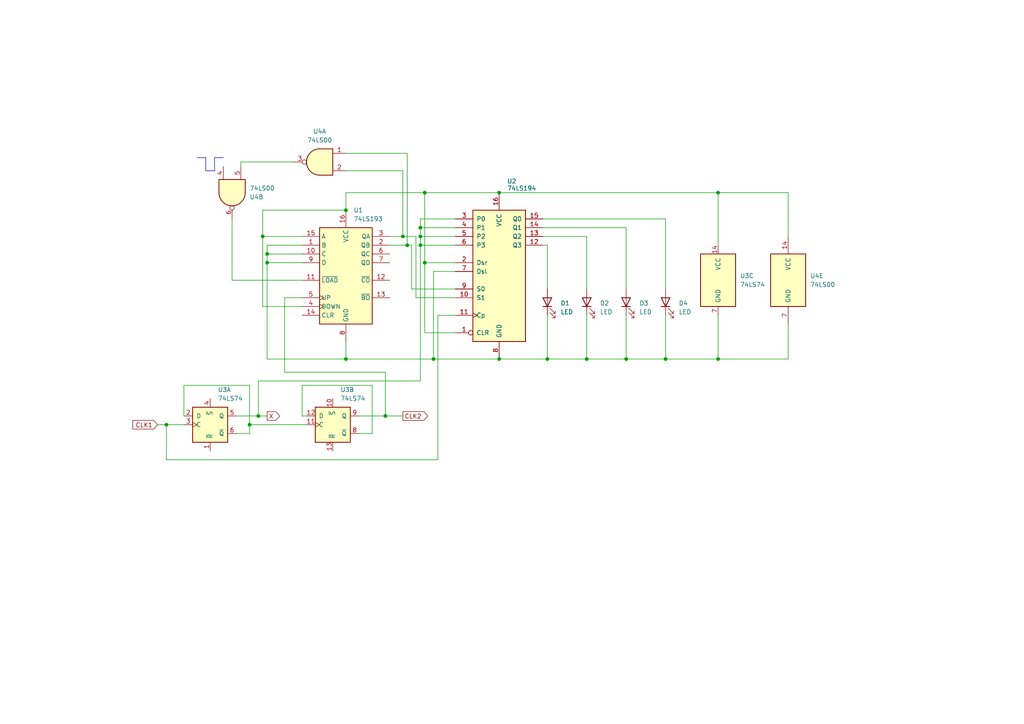
<source format=kicad_sch>
(kicad_sch (version 20231120) (generator "eeschema") (generator_version "8.0")
  (paper "A4")
  (lib_symbols
    (symbol "74xx:74LS00" (pin_names (offset 1.016))
      (property "Reference" "U" (at 0 1.27 0))
      (property "Value" "74LS00" (at 0 -1.27 0))
      (symbol "74LS00_1_1"
        (arc (start 0 -3.81) (mid 3.7934 0) (end 0 3.81) (stroke (width 0.254)) (fill (type background)))
        (polyline (pts (xy 0 3.81) (xy -3.81 3.81) (xy -3.81 -3.81) (xy 0 -3.81)) (stroke (width 0.254)) (fill (type background)))
        (pin input line (at -7.62 2.54 0) (length 3.81) (name "~") (number "1"))
        (pin input line (at -7.62 -2.54 0) (length 3.81) (name "~") (number "2"))
        (pin output inverted (at 7.62 0 180) (length 3.81) (name "~") (number "3"))
      )
      (symbol "74LS00_1_2"
        (arc (start -3.81 -3.81) (mid -2.589 0) (end -3.81 3.81) (stroke (width 0.254)))
        (arc (start -0.6096 -3.81) (mid 2.1842 -2.5851) (end 3.81 0) (stroke (width 0.254)) (fill (type background)))
        (polyline (pts (xy -3.81 -3.81) (xy -0.635 -3.81)) (stroke (width 0.254)) (fill (type background)))
        (polyline (pts (xy -3.81 3.81) (xy -0.635 3.81)) (stroke (width 0.254)) (fill (type background)))
        (polyline (pts (xy -0.635 3.81) (xy -3.81 3.81) (xy -3.81 3.81) (xy -3.556 3.4036) (xy -3.0226 2.2606) (xy -2.6924 1.0414) (xy -2.6162 -0.254) (xy -2.7686 -1.4986) (xy -3.175 -2.7178) (xy -3.81 -3.81) (xy -3.81 -3.81) (xy -0.635 -3.81)) (stroke (width -25.4)) (fill (type background)))
        (arc (start 3.81 0) (mid 2.1915 2.5936) (end -0.6096 3.81) (stroke (width 0.254)) (fill (type background)))
        (pin input inverted (at -7.62 2.54 0) (length 4.318) (name "~") (number "1"))
        (pin input inverted (at -7.62 -2.54 0) (length 4.318) (name "~") (number "2"))
        (pin output line (at 7.62 0 180) (length 3.81) (name "~") (number "3"))
      )
      (symbol "74LS00_2_1"
        (arc (start 0 -3.81) (mid 3.7934 0) (end 0 3.81) (stroke (width 0.254)) (fill (type background)))
        (polyline (pts (xy 0 3.81) (xy -3.81 3.81) (xy -3.81 -3.81) (xy 0 -3.81)) (stroke (width 0.254)) (fill (type background)))
        (pin input line (at -7.62 2.54 0) (length 3.81) (name "~") (number "4"))
        (pin input line (at -7.62 -2.54 0) (length 3.81) (name "~") (number "5"))
        (pin output inverted (at 7.62 0 180) (length 3.81) (name "~") (number "6"))
      )
      (symbol "74LS00_2_2"
        (arc (start -3.81 -3.81) (mid -2.589 0) (end -3.81 3.81) (stroke (width 0.254)))
        (arc (start -0.6096 -3.81) (mid 2.1842 -2.5851) (end 3.81 0) (stroke (width 0.254)) (fill (type background)))
        (polyline (pts (xy -3.81 -3.81) (xy -0.635 -3.81)) (stroke (width 0.254)) (fill (type background)))
        (polyline (pts (xy -3.81 3.81) (xy -0.635 3.81)) (stroke (width 0.254)) (fill (type background)))
        (polyline (pts (xy -0.635 3.81) (xy -3.81 3.81) (xy -3.81 3.81) (xy -3.556 3.4036) (xy -3.0226 2.2606) (xy -2.6924 1.0414) (xy -2.6162 -0.254) (xy -2.7686 -1.4986) (xy -3.175 -2.7178) (xy -3.81 -3.81) (xy -3.81 -3.81) (xy -0.635 -3.81)) (stroke (width -25.4)) (fill (type background)))
        (arc (start 3.81 0) (mid 2.1915 2.5936) (end -0.6096 3.81) (stroke (width 0.254)) (fill (type background)))
        (pin input inverted (at -7.62 2.54 0) (length 4.318) (name "~") (number "4"))
        (pin input inverted (at -7.62 -2.54 0) (length 4.318) (name "~") (number "5"))
        (pin output line (at 7.62 0 180) (length 3.81) (name "~") (number "6"))
      )
      (symbol "74LS00_3_1"
        (arc (start 0 -3.81) (mid 3.7934 0) (end 0 3.81) (stroke (width 0.254)) (fill (type background)))
        (polyline (pts (xy 0 3.81) (xy -3.81 3.81) (xy -3.81 -3.81) (xy 0 -3.81)) (stroke (width 0.254)) (fill (type background)))
        (pin input line (at -7.62 -2.54 0) (length 3.81) (name "~") (number "10"))
        (pin output inverted (at 7.62 0 180) (length 3.81) (name "~") (number "8"))
        (pin input line (at -7.62 2.54 0) (length 3.81) (name "~") (number "9"))
      )
      (symbol "74LS00_3_2"
        (arc (start -3.81 -3.81) (mid -2.589 0) (end -3.81 3.81) (stroke (width 0.254)))
        (arc (start -0.6096 -3.81) (mid 2.1842 -2.5851) (end 3.81 0) (stroke (width 0.254)) (fill (type background)))
        (polyline (pts (xy -3.81 -3.81) (xy -0.635 -3.81)) (stroke (width 0.254)) (fill (type background)))
        (polyline (pts (xy -3.81 3.81) (xy -0.635 3.81)) (stroke (width 0.254)) (fill (type background)))
        (polyline (pts (xy -0.635 3.81) (xy -3.81 3.81) (xy -3.81 3.81) (xy -3.556 3.4036) (xy -3.0226 2.2606) (xy -2.6924 1.0414) (xy -2.6162 -0.254) (xy -2.7686 -1.4986) (xy -3.175 -2.7178) (xy -3.81 -3.81) (xy -3.81 -3.81) (xy -0.635 -3.81)) (stroke (width -25.4)) (fill (type background)))
        (arc (start 3.81 0) (mid 2.1915 2.5936) (end -0.6096 3.81) (stroke (width 0.254)) (fill (type background)))
        (pin input inverted (at -7.62 -2.54 0) (length 4.318) (name "~") (number "10"))
        (pin output line (at 7.62 0 180) (length 3.81) (name "~") (number "8"))
        (pin input inverted (at -7.62 2.54 0) (length 4.318) (name "~") (number "9"))
      )
      (symbol "74LS00_4_1"
        (arc (start 0 -3.81) (mid 3.7934 0) (end 0 3.81) (stroke (width 0.254)) (fill (type background)))
        (polyline (pts (xy 0 3.81) (xy -3.81 3.81) (xy -3.81 -3.81) (xy 0 -3.81)) (stroke (width 0.254)) (fill (type background)))
        (pin output inverted (at 7.62 0 180) (length 3.81) (name "~") (number "11"))
        (pin input line (at -7.62 2.54 0) (length 3.81) (name "~") (number "12"))
        (pin input line (at -7.62 -2.54 0) (length 3.81) (name "~") (number "13"))
      )
      (symbol "74LS00_4_2"
        (arc (start -3.81 -3.81) (mid -2.589 0) (end -3.81 3.81) (stroke (width 0.254)))
        (arc (start -0.6096 -3.81) (mid 2.1842 -2.5851) (end 3.81 0) (stroke (width 0.254)) (fill (type background)))
        (polyline (pts (xy -3.81 -3.81) (xy -0.635 -3.81)) (stroke (width 0.254)) (fill (type background)))
        (polyline (pts (xy -3.81 3.81) (xy -0.635 3.81)) (stroke (width 0.254)) (fill (type background)))
        (polyline (pts (xy -0.635 3.81) (xy -3.81 3.81) (xy -3.81 3.81) (xy -3.556 3.4036) (xy -3.0226 2.2606) (xy -2.6924 1.0414) (xy -2.6162 -0.254) (xy -2.7686 -1.4986) (xy -3.175 -2.7178) (xy -3.81 -3.81) (xy -3.81 -3.81) (xy -0.635 -3.81)) (stroke (width -25.4)) (fill (type background)))
        (arc (start 3.81 0) (mid 2.1915 2.5936) (end -0.6096 3.81) (stroke (width 0.254)) (fill (type background)))
        (pin output line (at 7.62 0 180) (length 3.81) (name "~") (number "11"))
        (pin input inverted (at -7.62 2.54 0) (length 4.318) (name "~") (number "12"))
        (pin input inverted (at -7.62 -2.54 0) (length 4.318) (name "~") (number "13"))
      )
      (symbol "74LS00_5_0"
        (pin power_in line (at 0 12.7 270) (length 5.08) (name "VCC") (number "14"))
        (pin power_in line (at 0 -12.7 90) (length 5.08) (name "GND") (number "7"))
      )
      (symbol "74LS00_5_1"
        (rectangle (start -5.08 7.62) (end 5.08 -7.62) (stroke (width 0.254)) (fill (type background)))
      )
    )
    (symbol "74xx:74LS193"
      (property "Reference" "U" (at -7.62 13.97 0))
      (property "Value" "74LS193" (at 5.08 13.97 0))
      (symbol "74LS193_1_0"
        (pin input line (at -12.7 7.62 0) (length 5.08) (name "B") (number "1"))
        (pin input line (at -12.7 5.08 0) (length 5.08) (name "C") (number "10"))
        (pin input line (at -12.7 -2.54 0) (length 5.08) (name "~{LOAD}") (number "11"))
        (pin output line (at 12.7 -2.54 180) (length 5.08) (name "~{CO}") (number "12"))
        (pin output line (at 12.7 -7.62 180) (length 5.08) (name "~{BO}") (number "13"))
        (pin input line (at -12.7 -12.7 0) (length 5.08) (name "CLR") (number "14"))
        (pin input line (at -12.7 10.16 0) (length 5.08) (name "A") (number "15"))
        (pin power_in line (at 0 17.78 270) (length 5.08) (name "VCC") (number "16"))
        (pin output line (at 12.7 7.62 180) (length 5.08) (name "QB") (number "2"))
        (pin output line (at 12.7 10.16 180) (length 5.08) (name "QA") (number "3"))
        (pin input clock (at -12.7 -10.16 0) (length 5.08) (name "DOWN") (number "4"))
        (pin input clock (at -12.7 -7.62 0) (length 5.08) (name "UP") (number "5"))
        (pin output line (at 12.7 5.08 180) (length 5.08) (name "QC") (number "6"))
        (pin output line (at 12.7 2.54 180) (length 5.08) (name "QD") (number "7"))
        (pin power_in line (at 0 -20.32 90) (length 5.08) (name "GND") (number "8"))
        (pin input line (at -12.7 2.54 0) (length 5.08) (name "D") (number "9"))
      )
      (symbol "74LS193_1_1"
        (rectangle (start -7.62 12.7) (end 7.62 -15.24) (stroke (width 0.254)) (fill (type background)))
      )
    )
    (symbol "74xx:74LS194" (pin_names (offset 1.016))
      (property "Reference" "U2" (at 2.1941 22.86 0))
      (property "Value" "74LS194" (at 2.1941 20.32 0))
      (symbol "74LS194_1_0"
        (pin input inverted (at -12.7 -17.78 0) (length 5.08) (name "CLR") (number "1"))
        (pin input line (at -12.7 -7.62 0) (length 5.08) (name "S1") (number "10"))
        (pin input clock (at -12.7 -12.7 0) (length 5.08) (name "Cp") (number "11"))
        (pin output line (at 12.7 7.62 180) (length 5.08) (name "Q3") (number "12"))
        (pin output line (at 12.7 10.16 180) (length 5.08) (name "Q2") (number "13"))
        (pin output line (at 12.7 12.7 180) (length 5.08) (name "Q1") (number "14"))
        (pin output line (at 12.7 15.24 180) (length 5.08) (name "Q0") (number "15"))
        (pin power_in line (at 0 22.86 270) (length 5.08) (name "VCC") (number "16"))
        (pin input line (at -12.7 2.54 0) (length 5.08) (name "Dsr") (number "2"))
        (pin input line (at -12.7 15.24 0) (length 5.08) (name "P0") (number "3"))
        (pin input line (at -12.7 12.7 0) (length 5.08) (name "P1") (number "4"))
        (pin input line (at -12.7 10.16 0) (length 5.08) (name "P2") (number "5"))
        (pin input line (at -12.7 7.62 0) (length 5.08) (name "P3") (number "6"))
        (pin input line (at -12.7 0 0) (length 5.08) (name "Dsl") (number "7"))
        (pin power_in line (at 0 -25.4 90) (length 5.08) (name "GND") (number "8"))
        (pin input line (at -12.7 -5.08 0) (length 5.08) (name "S0") (number "9"))
      )
      (symbol "74LS194_1_1"
        (rectangle (start -7.62 17.78) (end 7.62 -20.32) (stroke (width 0.254)) (fill (type background)))
      )
    )
    (symbol "74xx:74LS74" (pin_names (offset 1.016))
      (property "Reference" "U" (at -7.62 8.89 0))
      (property "Value" "74LS74" (at -7.62 -8.89 0))
      (symbol "74LS74_1_0"
        (pin input line (at 0 -7.62 90) (length 2.54) (name "~{R}") (number "1"))
        (pin input line (at -7.62 2.54 0) (length 2.54) (name "D") (number "2"))
        (pin input clock (at -7.62 0 0) (length 2.54) (name "C") (number "3"))
        (pin input line (at 0 7.62 270) (length 2.54) (name "~{S}") (number "4"))
        (pin output line (at 7.62 2.54 180) (length 2.54) (name "Q") (number "5"))
        (pin output line (at 7.62 -2.54 180) (length 2.54) (name "~{Q}") (number "6"))
      )
      (symbol "74LS74_1_1"
        (rectangle (start -5.08 5.08) (end 5.08 -5.08) (stroke (width 0.254)) (fill (type background)))
      )
      (symbol "74LS74_2_0"
        (pin input line (at 0 7.62 270) (length 2.54) (name "~{S}") (number "10"))
        (pin input clock (at -7.62 0 0) (length 2.54) (name "C") (number "11"))
        (pin input line (at -7.62 2.54 0) (length 2.54) (name "D") (number "12"))
        (pin input line (at 0 -7.62 90) (length 2.54) (name "~{R}") (number "13"))
        (pin output line (at 7.62 -2.54 180) (length 2.54) (name "~{Q}") (number "8"))
        (pin output line (at 7.62 2.54 180) (length 2.54) (name "Q") (number "9"))
      )
      (symbol "74LS74_2_1"
        (rectangle (start -5.08 5.08) (end 5.08 -5.08) (stroke (width 0.254)) (fill (type background)))
      )
      (symbol "74LS74_3_0"
        (pin power_in line (at 0 10.16 270) (length 2.54) (name "VCC") (number "14"))
        (pin power_in line (at 0 -10.16 90) (length 2.54) (name "GND") (number "7"))
      )
      (symbol "74LS74_3_1"
        (rectangle (start -5.08 7.62) (end 5.08 -7.62) (stroke (width 0.254)) (fill (type background)))
      )
    )
    (symbol "Device:LED" (pin_numbers hide) (pin_names (offset 1.016) hide)
      (property "Reference" "D" (at 0 2.54 0))
      (property "Value" "LED" (at 0 -2.54 0))
      (symbol "LED_0_1"
        (polyline (pts (xy -1.27 -1.27) (xy -1.27 1.27)) (stroke (width 0.254)))
        (polyline (pts (xy -1.27 0) (xy 1.27 0)))
        (polyline (pts (xy 1.27 -1.27) (xy 1.27 1.27) (xy -1.27 0) (xy 1.27 -1.27)) (stroke (width 0.254)))
        (polyline (pts (xy -3.048 -0.762) (xy -4.572 -2.286) (xy -3.81 -2.286) (xy -4.572 -2.286) (xy -4.572 -1.524)))
        (polyline (pts (xy -1.778 -0.762) (xy -3.302 -2.286) (xy -2.54 -2.286) (xy -3.302 -2.286) (xy -3.302 -1.524)))
      )
      (symbol "LED_1_1"
        (pin passive line (at -3.81 0 0) (length 2.54) (name "K") (number "1"))
        (pin passive line (at 3.81 0 180) (length 2.54) (name "A") (number "2"))
      )
    )
  )
  (junction (at 72.39 123.19))
  (junction (at 116.84 68.58))
  (junction (at 123.19 55.88))
  (junction (at 48.26 123.19))
  (junction (at 121.92 68.58))
  (junction (at 144.78 104.14))
  (junction (at 144.78 55.88))
  (junction (at 77.47 73.66))
  (junction (at 208.28 104.14))
  (junction (at 118.11 71.12))
  (junction (at 74.93 120.65))
  (junction (at 76.2 68.58))
  (junction (at 181.61 104.14))
  (junction (at 77.47 76.2))
  (junction (at 158.75 104.14))
  (junction (at 125.73 104.14))
  (junction (at 123.19 76.2))
  (junction (at 170.18 104.14))
  (junction (at 193.04 104.14))
  (junction (at 111.76 120.65))
  (junction (at 121.92 66.04))
  (junction (at 208.28 55.88))
  (junction (at 100.33 104.14))
  (junction (at 121.92 71.12))
  (junction (at 100.33 60.96))
  (wire (pts (xy 127 91.44) (xy 127 133.35)))
  (polyline (pts (xy 59.69 49.53) (xy 62.23 49.53)))
  (wire (pts (xy 77.47 71.12) (xy 77.47 73.66)))
  (wire (pts (xy 121.92 71.12) (xy 132.08 71.12)))
  (wire (pts (xy 157.48 68.58) (xy 170.18 68.58)))
  (wire (pts (xy 144.78 104.14) (xy 158.75 104.14)))
  (wire (pts (xy 72.39 123.19) (xy 88.9 123.19)))
  (wire (pts (xy 181.61 91.44) (xy 181.61 104.14)))
  (wire (pts (xy 72.39 111.76) (xy 72.39 123.19)))
  (wire (pts (xy 68.58 125.73) (xy 72.39 125.73)))
  (polyline (pts (xy 59.69 45.72) (xy 59.69 49.53)))
  (wire (pts (xy 120.65 86.36) (xy 132.08 86.36)))
  (wire (pts (xy 118.11 71.12) (xy 119.38 71.12)))
  (wire (pts (xy 132.08 63.5) (xy 121.92 63.5)))
  (wire (pts (xy 45.72 123.19) (xy 48.26 123.19)))
  (wire (pts (xy 208.28 55.88) (xy 228.6 55.88)))
  (wire (pts (xy 125.73 78.74) (xy 125.73 104.14)))
  (wire (pts (xy 157.48 66.04) (xy 181.61 66.04)))
  (wire (pts (xy 170.18 68.58) (xy 170.18 83.82)))
  (wire (pts (xy 121.92 71.12) (xy 121.92 110.49)))
  (wire (pts (xy 77.47 76.2) (xy 77.47 104.14)))
  (wire (pts (xy 100.33 55.88) (xy 100.33 60.96)))
  (wire (pts (xy 72.39 125.73) (xy 72.39 123.19)))
  (wire (pts (xy 228.6 68.58) (xy 228.6 55.88)))
  (wire (pts (xy 132.08 66.04) (xy 121.92 66.04)))
  (wire (pts (xy 132.08 91.44) (xy 127 91.44)))
  (wire (pts (xy 116.84 68.58) (xy 120.65 68.58)))
  (wire (pts (xy 67.31 81.28) (xy 87.63 81.28)))
  (wire (pts (xy 116.84 49.53) (xy 116.84 68.58)))
  (wire (pts (xy 104.14 120.65) (xy 111.76 120.65)))
  (wire (pts (xy 77.47 73.66) (xy 77.47 76.2)))
  (wire (pts (xy 208.28 71.12) (xy 208.28 55.88)))
  (wire (pts (xy 76.2 60.96) (xy 76.2 68.58)))
  (wire (pts (xy 48.26 133.35) (xy 48.26 123.19)))
  (wire (pts (xy 158.75 71.12) (xy 157.48 71.12)))
  (wire (pts (xy 181.61 66.04) (xy 181.61 83.82)))
  (wire (pts (xy 121.92 110.49) (xy 74.93 110.49)))
  (wire (pts (xy 119.38 83.82) (xy 132.08 83.82)))
  (wire (pts (xy 100.33 104.14) (xy 125.73 104.14)))
  (wire (pts (xy 85.09 46.99) (xy 69.85 46.99)))
  (polyline (pts (xy 62.23 49.53) (xy 62.23 45.72)))
  (wire (pts (xy 193.04 104.14) (xy 208.28 104.14)))
  (wire (pts (xy 125.73 104.14) (xy 144.78 104.14)))
  (wire (pts (xy 82.55 86.36) (xy 82.55 107.95)))
  (wire (pts (xy 193.04 63.5) (xy 193.04 83.82)))
  (polyline (pts (xy 57.15 45.72) (xy 59.69 45.72)))
  (wire (pts (xy 208.28 104.14) (xy 208.28 91.44)))
  (wire (pts (xy 87.63 86.36) (xy 82.55 86.36)))
  (wire (pts (xy 228.6 104.14) (xy 208.28 104.14)))
  (wire (pts (xy 87.63 76.2) (xy 77.47 76.2)))
  (wire (pts (xy 119.38 71.12) (xy 119.38 83.82)))
  (wire (pts (xy 48.26 123.19) (xy 53.34 123.19)))
  (polyline (pts (xy 62.23 45.72) (xy 64.77 45.72)))
  (wire (pts (xy 76.2 68.58) (xy 76.2 88.9)))
  (wire (pts (xy 123.19 76.2) (xy 132.08 76.2)))
  (wire (pts (xy 123.19 55.88) (xy 100.33 55.88)))
  (wire (pts (xy 113.03 71.12) (xy 118.11 71.12)))
  (wire (pts (xy 158.75 104.14) (xy 170.18 104.14)))
  (wire (pts (xy 228.6 93.98) (xy 228.6 104.14)))
  (wire (pts (xy 87.63 71.12) (xy 77.47 71.12)))
  (wire (pts (xy 107.95 111.76) (xy 107.95 125.73)))
  (wire (pts (xy 170.18 104.14) (xy 181.61 104.14)))
  (wire (pts (xy 87.63 120.65) (xy 87.63 111.76)))
  (wire (pts (xy 123.19 55.88) (xy 144.78 55.88)))
  (wire (pts (xy 77.47 104.14) (xy 100.33 104.14)))
  (wire (pts (xy 100.33 49.53) (xy 116.84 49.53)))
  (wire (pts (xy 68.58 120.65) (xy 74.93 120.65)))
  (wire (pts (xy 132.08 78.74) (xy 125.73 78.74)))
  (wire (pts (xy 123.19 96.52) (xy 123.19 76.2)))
  (wire (pts (xy 181.61 104.14) (xy 193.04 104.14)))
  (wire (pts (xy 132.08 68.58) (xy 121.92 68.58)))
  (wire (pts (xy 157.48 63.5) (xy 193.04 63.5)))
  (wire (pts (xy 74.93 110.49) (xy 74.93 120.65)))
  (wire (pts (xy 88.9 120.65) (xy 87.63 120.65)))
  (wire (pts (xy 121.92 63.5) (xy 121.92 66.04)))
  (wire (pts (xy 118.11 44.45) (xy 118.11 71.12)))
  (wire (pts (xy 74.93 120.65) (xy 77.47 120.65)))
  (wire (pts (xy 100.33 44.45) (xy 118.11 44.45)))
  (wire (pts (xy 120.65 68.58) (xy 120.65 86.36)))
  (wire (pts (xy 158.75 91.44) (xy 158.75 104.14)))
  (wire (pts (xy 193.04 91.44) (xy 193.04 104.14)))
  (wire (pts (xy 76.2 60.96) (xy 100.33 60.96)))
  (wire (pts (xy 132.08 96.52) (xy 123.19 96.52)))
  (wire (pts (xy 127 133.35) (xy 48.26 133.35)))
  (wire (pts (xy 113.03 68.58) (xy 116.84 68.58)))
  (wire (pts (xy 87.63 68.58) (xy 76.2 68.58)))
  (wire (pts (xy 82.55 107.95) (xy 111.76 107.95)))
  (wire (pts (xy 121.92 66.04) (xy 121.92 68.58)))
  (wire (pts (xy 111.76 120.65) (xy 116.84 120.65)))
  (wire (pts (xy 158.75 71.12) (xy 158.75 83.82)))
  (wire (pts (xy 53.34 120.65) (xy 53.34 111.76)))
  (wire (pts (xy 87.63 73.66) (xy 77.47 73.66)))
  (wire (pts (xy 144.78 55.88) (xy 208.28 55.88)))
  (wire (pts (xy 111.76 107.95) (xy 111.76 120.65)))
  (wire (pts (xy 87.63 111.76) (xy 107.95 111.76)))
  (wire (pts (xy 100.33 99.06) (xy 100.33 104.14)))
  (wire (pts (xy 121.92 68.58) (xy 121.92 71.12)))
  (wire (pts (xy 53.34 111.76) (xy 72.39 111.76)))
  (wire (pts (xy 69.85 46.99) (xy 69.85 48.26)))
  (wire (pts (xy 87.63 88.9) (xy 76.2 88.9)))
  (wire (pts (xy 170.18 91.44) (xy 170.18 104.14)))
  (wire (pts (xy 107.95 125.73) (xy 104.14 125.73)))
  (wire (pts (xy 67.31 63.5) (xy 67.31 81.28)))
  (wire (pts (xy 123.19 76.2) (xy 123.19 55.88)))
  (global_label "CLK1" (shape input) (at 45.72 123.19 180) (property "Intersheetrefs" "${INTERSHEET_REFS}" (effects (hide yes))))
  (global_label "CLK2" (shape output) (at 116.84 120.65 0) (property "Intersheetrefs" "${INTERSHEET_REFS}" (effects (hide yes))))
  (global_label "X" (shape output) (at 77.47 120.65 0) (property "Intersheetrefs" "${INTERSHEET_REFS}" (effects (hide yes))))
  (symbol (lib_id "74xx:74LS74") (at 208.28 81.28 0) (unit 3)
    (property "Reference" "U3" (at 214.63 80.0099 0) (effects (justify left)))
    (property "Value" "74LS74" (at 214.63 82.5499 0) (effects (justify left)))
    (property "Datasheet" "74xx/74hc_hct74.pdf" (effects (hide yes)))
    (property "Description" "Dual D Flip-flop, Set & Reset" (effects (hide yes)))
  )
  (symbol (lib_id "74xx:74LS00") (at 228.6 81.28 0) (unit 5)
    (property "Reference" "U4" (at 234.95 80.0099 0) (effects (justify left)))
    (property "Value" "74LS00" (at 234.95 82.5499 0) (effects (justify left)))
    (property "Datasheet" "http://www.ti.com/lit/gpn/sn74ls00" (effects (hide yes)))
    (property "Description" "quad 2-input NAND gate" (effects (hide yes)))
  )
  (symbol (lib_id "74xx:74LS193") (at 100.33 78.74 0) (unit 1)
    (property "Reference" "U1" (at 102.5241 60.96 0) (effects (justify left)))
    (property "Value" "74LS193" (at 102.5241 63.5 0) (effects (justify left)))
    (property "Datasheet" "http://www.ti.com/lit/ds/symlink/sn74ls193.pdf" (effects (hide yes)))
    (property "Description" "Synchronous 4-bit Up/Down (2 clk) counter" (effects (hide yes)))
  )
  (symbol (lib_id "74xx:74LS00") (at 92.71 46.99 0) (mirror y) (unit 1)
    (property "Reference" "U4" (at 92.7183 38.1 0))
    (property "Value" "74LS00" (at 92.7183 40.64 0))
    (property "Datasheet" "http://www.ti.com/lit/gpn/sn74ls00" (effects (hide yes)))
    (property "Description" "quad 2-input NAND gate" (effects (hide yes)))
  )
  (symbol (lib_id "Device:LED") (at 193.04 87.63 90) (unit 1)
    (property "Reference" "D4" (at 196.85 87.9474 90) (effects (justify right)))
    (property "Value" "LED" (at 196.85 90.4874 90) (effects (justify right)))
    (property "Description" "Light emitting diode" (effects (hide yes)))
  )
  (symbol (lib_id "Device:LED") (at 170.18 87.63 90) (unit 1)
    (property "Reference" "D2" (at 173.99 87.9474 90) (effects (justify right)))
    (property "Value" "LED" (at 173.99 90.4874 90) (effects (justify right)))
    (property "Description" "Light emitting diode" (effects (hide yes)))
  )
  (symbol (lib_id "Device:LED") (at 181.61 87.63 90) (unit 1)
    (property "Reference" "D3" (at 185.42 87.9474 90) (effects (justify right)))
    (property "Value" "LED" (at 185.42 90.4874 90) (effects (justify right)))
    (property "Description" "Light emitting diode" (effects (hide yes)))
  )
  (symbol (lib_id "74xx:74LS194") (at 144.78 78.74 0) (unit 1)
    (property "Reference" "U2" (at 147.066 52.578 0) (effects (justify left)))
    (property "Value" "74LS194" (at 147.066 54.61 0) (effects (justify left)))
    (property "Datasheet" "http://www.ti.com/lit/gpn/sn74LS194" (effects (hide yes)))
    (property "Description" "Shift Register 4-bit Bidirectional" (effects (hide yes)))
  )
  (symbol (lib_id "74xx:74LS74") (at 60.96 123.19 0) (unit 1)
    (property "Reference" "U3" (at 63.1541 113.03 0) (effects (justify left)))
    (property "Value" "74LS74" (at 63.1541 115.57 0) (effects (justify left)))
    (property "Datasheet" "74xx/74hc_hct74.pdf" (effects (hide yes)))
    (property "Description" "Dual D Flip-flop, Set & Reset" (effects (hide yes)))
  )
  (symbol (lib_id "Device:LED") (at 158.75 87.63 90) (unit 1)
    (property "Reference" "D1" (at 162.56 87.9474 90) (effects (justify right)))
    (property "Value" "LED" (at 162.56 90.4874 90) (effects (justify right)))
    (property "Description" "Light emitting diode" (effects (hide yes)))
  )
  (symbol (lib_id "74xx:74LS00") (at 67.31 55.88 90) (mirror x) (unit 2)
    (property "Reference" "U4" (at 72.39 57.1418 90) (effects (justify right)))
    (property "Value" "74LS00" (at 72.39 54.6018 90) (effects (justify right)))
    (property "Datasheet" "http://www.ti.com/lit/gpn/sn74ls00" (effects (hide yes)))
    (property "Description" "quad 2-input NAND gate" (effects (hide yes)))
  )
  (symbol (lib_id "74xx:74LS74") (at 96.52 123.19 0) (unit 2)
    (property "Reference" "U3" (at 98.7141 113.03 0) (effects (justify left)))
    (property "Value" "74LS74" (at 98.7141 115.57 0) (effects (justify left)))
    (property "Datasheet" "74xx/74hc_hct74.pdf" (effects (hide yes)))
    (property "Description" "Dual D Flip-flop, Set & Reset" (effects (hide yes)))
  )
)
</source>
